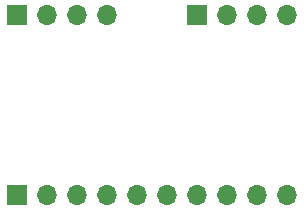
<source format=gbs>
G04 #@! TF.GenerationSoftware,KiCad,Pcbnew,5.1.10-88a1d61d58~88~ubuntu20.04.1*
G04 #@! TF.CreationDate,2021-06-12T08:26:13-04:00*
G04 #@! TF.ProjectId,stm32l0_mod_source,73746d33-326c-4305-9f6d-6f645f736f75,rev?*
G04 #@! TF.SameCoordinates,Original*
G04 #@! TF.FileFunction,Soldermask,Bot*
G04 #@! TF.FilePolarity,Negative*
%FSLAX46Y46*%
G04 Gerber Fmt 4.6, Leading zero omitted, Abs format (unit mm)*
G04 Created by KiCad (PCBNEW 5.1.10-88a1d61d58~88~ubuntu20.04.1) date 2021-06-12 08:26:13*
%MOMM*%
%LPD*%
G01*
G04 APERTURE LIST*
%ADD10O,1.700000X1.700000*%
%ADD11R,1.700000X1.700000*%
G04 APERTURE END LIST*
D10*
X96520000Y-60960000D03*
X93980000Y-60960000D03*
X91440000Y-60960000D03*
X88900000Y-60960000D03*
X86360000Y-60960000D03*
X83820000Y-60960000D03*
X81280000Y-60960000D03*
X78740000Y-60960000D03*
X76200000Y-60960000D03*
D11*
X73660000Y-60960000D03*
D10*
X96520000Y-45720000D03*
X93980000Y-45720000D03*
X91440000Y-45720000D03*
D11*
X88900000Y-45720000D03*
D10*
X81280000Y-45720000D03*
X78740000Y-45720000D03*
X76200000Y-45720000D03*
D11*
X73660000Y-45720000D03*
M02*

</source>
